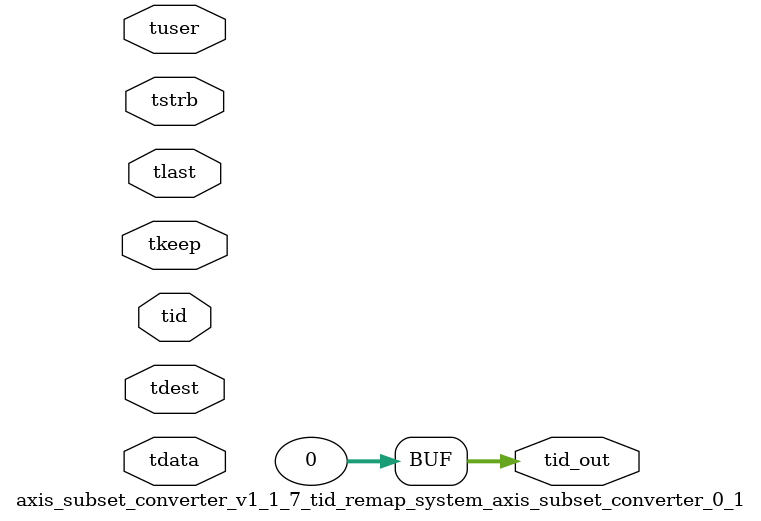
<source format=v>


`timescale 1ps/1ps

module axis_subset_converter_v1_1_7_tid_remap_system_axis_subset_converter_0_1 #
(
parameter C_S_AXIS_TID_WIDTH   = 1,
parameter C_S_AXIS_TUSER_WIDTH = 0,
parameter C_S_AXIS_TDATA_WIDTH = 0,
parameter C_S_AXIS_TDEST_WIDTH = 0,
parameter C_M_AXIS_TID_WIDTH   = 32
)
(
input  [(C_S_AXIS_TID_WIDTH   == 0 ? 1 : C_S_AXIS_TID_WIDTH)-1:0       ] tid,
input  [(C_S_AXIS_TDATA_WIDTH == 0 ? 1 : C_S_AXIS_TDATA_WIDTH)-1:0     ] tdata,
input  [(C_S_AXIS_TUSER_WIDTH == 0 ? 1 : C_S_AXIS_TUSER_WIDTH)-1:0     ] tuser,
input  [(C_S_AXIS_TDEST_WIDTH == 0 ? 1 : C_S_AXIS_TDEST_WIDTH)-1:0     ] tdest,
input  [(C_S_AXIS_TDATA_WIDTH/8)-1:0 ] tkeep,
input  [(C_S_AXIS_TDATA_WIDTH/8)-1:0 ] tstrb,
input                                                                    tlast,
output [(C_M_AXIS_TID_WIDTH   == 0 ? 1 : C_M_AXIS_TID_WIDTH)-1:0       ] tid_out
);

assign tid_out = {1'b0};

endmodule


</source>
